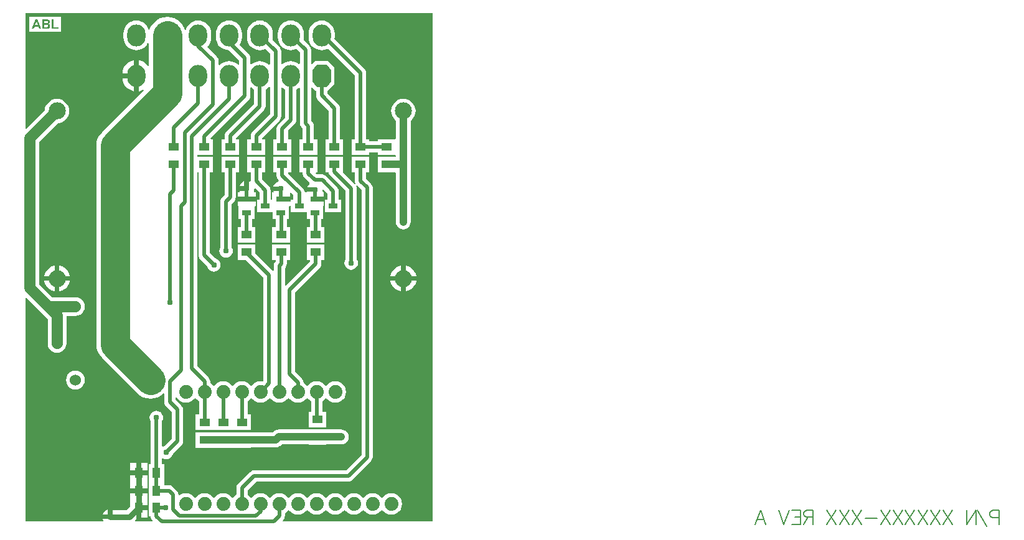
<source format=gbl>
%FSLAX23Y23*%
%MOIN*%
G70*
G01*
G75*
G04 Layer_Physical_Order=2*
G04 Layer_Color=16711680*
G04:AMPARAMS|DCode=10|XSize=51mil|YSize=118mil|CornerRadius=0mil|HoleSize=0mil|Usage=FLASHONLY|Rotation=0.000|XOffset=0mil|YOffset=0mil|HoleType=Round|Shape=Octagon|*
%AMOCTAGOND10*
4,1,8,-0.013,0.059,0.013,0.059,0.026,0.046,0.026,-0.046,0.013,-0.059,-0.013,-0.059,-0.026,-0.046,-0.026,0.046,-0.013,0.059,0.0*
%
%ADD10OCTAGOND10*%

%ADD11R,0.051X0.118*%
%ADD12R,0.051X0.073*%
%ADD13R,0.055X0.043*%
%ADD14C,0.059*%
%ADD15C,0.039*%
%ADD16C,0.020*%
%ADD17C,0.030*%
%ADD18C,0.020*%
%ADD19C,0.157*%
%ADD20C,0.010*%
%ADD21C,0.074*%
%ADD22O,0.098X0.118*%
G04:AMPARAMS|DCode=23|XSize=98mil|YSize=118mil|CornerRadius=0mil|HoleSize=0mil|Usage=FLASHONLY|Rotation=180.000|XOffset=0mil|YOffset=0mil|HoleType=Round|Shape=Octagon|*
%AMOCTAGOND23*
4,1,8,0.025,-0.059,-0.025,-0.059,-0.049,-0.034,-0.049,0.034,-0.025,0.059,0.025,0.059,0.049,0.034,0.049,-0.034,0.025,-0.059,0.0*
%
%ADD23OCTAGOND23*%

%ADD24C,0.091*%
%ADD25C,0.060*%
%ADD26C,0.031*%
%ADD27C,0.017*%
%ADD28R,0.047X0.026*%
%ADD29R,0.043X0.055*%
%ADD30C,0.008*%
G36*
X2207Y25D02*
X1405D01*
X1403Y30D01*
X1406Y34D01*
X1411Y40D01*
X1412Y42D01*
X1414Y47D01*
X1415Y55D01*
Y71D01*
X1426Y79D01*
X1432Y87D01*
X1438D01*
X1444Y79D01*
X1456Y70D01*
X1470Y64D01*
X1485Y63D01*
X1500Y64D01*
X1514Y70D01*
X1526Y79D01*
X1532Y87D01*
X1538D01*
X1544Y79D01*
X1556Y70D01*
X1570Y64D01*
X1585Y63D01*
X1600Y64D01*
X1614Y70D01*
X1626Y79D01*
X1632Y87D01*
X1638D01*
X1644Y79D01*
X1656Y70D01*
X1670Y64D01*
X1685Y63D01*
X1700Y64D01*
X1714Y70D01*
X1726Y79D01*
X1732Y87D01*
X1738D01*
X1744Y79D01*
X1756Y70D01*
X1770Y64D01*
X1785Y63D01*
X1800Y64D01*
X1814Y70D01*
X1826Y79D01*
X1832Y87D01*
X1838D01*
X1844Y79D01*
X1856Y70D01*
X1870Y64D01*
X1885Y63D01*
X1900Y64D01*
X1914Y70D01*
X1926Y79D01*
X1932Y87D01*
X1938D01*
X1944Y79D01*
X1956Y70D01*
X1970Y64D01*
X1985Y63D01*
X2000Y64D01*
X2014Y70D01*
X2026Y79D01*
X2035Y91D01*
X2041Y105D01*
X2042Y120D01*
X2041Y135D01*
X2035Y149D01*
X2026Y161D01*
X2014Y170D01*
X2000Y176D01*
X1985Y177D01*
X1970Y176D01*
X1956Y170D01*
X1944Y161D01*
X1938Y153D01*
X1932D01*
X1926Y161D01*
X1914Y170D01*
X1900Y176D01*
X1885Y177D01*
X1870Y176D01*
X1856Y170D01*
X1844Y161D01*
X1838Y153D01*
X1832D01*
X1826Y161D01*
X1814Y170D01*
X1800Y176D01*
X1785Y177D01*
X1770Y176D01*
X1756Y170D01*
X1744Y161D01*
X1738Y153D01*
X1732D01*
X1726Y161D01*
X1714Y170D01*
X1700Y176D01*
X1685Y177D01*
X1670Y176D01*
X1656Y170D01*
X1644Y161D01*
X1638Y153D01*
X1632D01*
X1626Y161D01*
X1614Y170D01*
X1600Y176D01*
X1585Y177D01*
X1570Y176D01*
X1556Y170D01*
X1544Y161D01*
X1538Y153D01*
X1532D01*
X1526Y161D01*
X1514Y170D01*
X1500Y176D01*
X1485Y177D01*
X1470Y176D01*
X1456Y170D01*
X1444Y161D01*
X1438Y153D01*
X1432D01*
X1426Y161D01*
X1414Y170D01*
X1400Y176D01*
X1385Y177D01*
X1370Y176D01*
X1356Y170D01*
X1344Y161D01*
X1338Y153D01*
X1332D01*
X1326Y161D01*
X1314Y170D01*
X1300Y176D01*
X1285Y177D01*
X1270Y176D01*
X1256Y170D01*
X1244Y161D01*
X1238Y153D01*
X1232D01*
X1226Y161D01*
X1215Y169D01*
Y192D01*
X1263Y240D01*
X1755D01*
X1763Y241D01*
X1768Y243D01*
X1770Y244D01*
X1776Y249D01*
X1876Y349D01*
X1876Y349D01*
X1878Y351D01*
X1881Y355D01*
X1884Y362D01*
X1885Y370D01*
X1885Y370D01*
Y1815D01*
X1885Y1815D01*
X1884Y1823D01*
X1881Y1830D01*
X1878Y1834D01*
X1876Y1836D01*
X1876Y1836D01*
X1851Y1862D01*
Y1896D01*
X1868D01*
Y1979D01*
X1773D01*
Y1896D01*
X1790D01*
Y1850D01*
X1791Y1842D01*
X1793Y1837D01*
X1789Y1834D01*
X1731Y1892D01*
X1728Y1896D01*
X1728D01*
X1728Y1896D01*
Y1979D01*
X1633D01*
Y1896D01*
X1651D01*
X1651Y1891D01*
X1654Y1886D01*
X1655Y1884D01*
X1659Y1878D01*
X1740Y1797D01*
Y1429D01*
X1739Y1428D01*
X1735Y1419D01*
X1734Y1410D01*
X1735Y1401D01*
X1739Y1392D01*
X1745Y1385D01*
X1752Y1379D01*
X1761Y1375D01*
X1770Y1374D01*
X1779Y1375D01*
X1788Y1379D01*
X1795Y1385D01*
X1801Y1392D01*
X1805Y1401D01*
X1806Y1410D01*
X1805Y1419D01*
X1801Y1428D01*
X1800Y1429D01*
Y1810D01*
X1800Y1810D01*
X1799Y1817D01*
X1799Y1818D01*
X1797Y1823D01*
X1801Y1826D01*
X1825Y1802D01*
Y383D01*
X1742Y300D01*
X1250D01*
X1250Y300D01*
X1243Y299D01*
X1242Y299D01*
X1239Y298D01*
X1235Y296D01*
X1229Y291D01*
X1164Y226D01*
X1159Y220D01*
X1158Y218D01*
X1156Y213D01*
X1155Y205D01*
Y169D01*
X1144Y161D01*
X1138Y153D01*
X1132D01*
X1126Y161D01*
X1114Y170D01*
X1100Y176D01*
X1085Y177D01*
X1070Y176D01*
X1056Y170D01*
X1044Y161D01*
X1038Y153D01*
X1032D01*
X1026Y161D01*
X1014Y170D01*
X1000Y176D01*
X985Y177D01*
X970Y176D01*
X956Y170D01*
X944Y161D01*
X938Y153D01*
X932D01*
X926Y161D01*
X914Y170D01*
X900Y176D01*
X885Y177D01*
X870Y176D01*
X856Y170D01*
X850Y165D01*
X845Y167D01*
Y170D01*
X844Y178D01*
X841Y185D01*
X836Y191D01*
X817Y210D01*
X811Y215D01*
X804Y218D01*
X796Y219D01*
X769D01*
Y237D01*
X769D01*
Y237D01*
X769D01*
Y333D01*
X758D01*
Y362D01*
X759Y362D01*
X763Y364D01*
X771Y360D01*
X780Y359D01*
X789Y360D01*
X798Y364D01*
X805Y370D01*
X811Y377D01*
X815Y386D01*
X815Y387D01*
X861Y434D01*
X866Y440D01*
X867Y442D01*
X869Y447D01*
X870Y455D01*
Y625D01*
X869Y633D01*
X866Y640D01*
X864Y643D01*
X861Y646D01*
X861Y646D01*
X830Y678D01*
Y690D01*
X835Y691D01*
X835Y691D01*
X844Y679D01*
X856Y670D01*
X870Y664D01*
X885Y663D01*
X900Y664D01*
X914Y670D01*
X926Y679D01*
X932Y687D01*
X938D01*
X944Y679D01*
X955Y671D01*
Y599D01*
X937D01*
Y516D01*
X1033D01*
Y516D01*
X1037D01*
Y516D01*
X1133D01*
Y516D01*
X1137D01*
Y516D01*
X1233D01*
Y599D01*
X1215D01*
Y671D01*
X1226Y679D01*
X1232Y687D01*
X1238D01*
X1244Y679D01*
X1256Y670D01*
X1270Y664D01*
X1285Y663D01*
X1300Y664D01*
X1314Y670D01*
X1326Y679D01*
X1332Y687D01*
X1338D01*
X1344Y679D01*
X1356Y670D01*
X1370Y664D01*
X1385Y663D01*
X1400Y664D01*
X1414Y670D01*
X1426Y679D01*
X1432Y687D01*
X1438D01*
X1444Y679D01*
X1456Y670D01*
X1470Y664D01*
X1485Y663D01*
X1500Y664D01*
X1514Y670D01*
X1526Y679D01*
X1532Y687D01*
X1538D01*
X1544Y679D01*
X1555Y671D01*
Y614D01*
X1542D01*
Y531D01*
X1638D01*
Y614D01*
X1615D01*
Y671D01*
X1626Y679D01*
X1632Y687D01*
X1638D01*
X1644Y679D01*
X1656Y670D01*
X1670Y664D01*
X1685Y663D01*
X1700Y664D01*
X1714Y670D01*
X1726Y679D01*
X1735Y691D01*
X1741Y705D01*
X1742Y720D01*
X1741Y735D01*
X1735Y749D01*
X1726Y761D01*
X1714Y770D01*
X1700Y776D01*
X1685Y777D01*
X1670Y776D01*
X1656Y770D01*
X1644Y761D01*
X1638Y753D01*
X1632D01*
X1626Y761D01*
X1614Y770D01*
X1600Y776D01*
X1585Y777D01*
X1570Y776D01*
X1556Y770D01*
X1544Y761D01*
X1538Y753D01*
X1532D01*
X1526Y761D01*
X1515Y769D01*
Y770D01*
X1514Y778D01*
X1512Y783D01*
X1511Y785D01*
X1506Y791D01*
X1470Y828D01*
Y1252D01*
X1601Y1384D01*
X1606Y1390D01*
X1609Y1397D01*
X1610Y1405D01*
Y1426D01*
X1628D01*
Y1509D01*
X1532D01*
Y1426D01*
X1550D01*
Y1418D01*
X1420Y1288D01*
X1415Y1290D01*
Y1382D01*
X1416Y1384D01*
X1416Y1384D01*
X1419Y1387D01*
X1421Y1390D01*
X1424Y1397D01*
X1425Y1405D01*
Y1426D01*
X1443D01*
Y1509D01*
X1347D01*
Y1426D01*
X1365D01*
Y1418D01*
X1364Y1416D01*
X1359Y1410D01*
X1358Y1408D01*
X1356Y1403D01*
X1355Y1395D01*
Y1370D01*
X1350Y1368D01*
X1258Y1460D01*
Y1509D01*
X1162D01*
Y1426D01*
X1206D01*
X1300Y1332D01*
Y780D01*
X1295Y776D01*
X1285Y777D01*
X1270Y776D01*
X1256Y770D01*
X1244Y761D01*
X1238Y753D01*
X1232D01*
X1226Y761D01*
X1214Y770D01*
X1200Y776D01*
X1185Y777D01*
X1170Y776D01*
X1156Y770D01*
X1144Y761D01*
X1138Y753D01*
X1132D01*
X1126Y761D01*
X1114Y770D01*
X1100Y776D01*
X1085Y777D01*
X1070Y776D01*
X1056Y770D01*
X1044Y761D01*
X1038Y753D01*
X1032D01*
X1026Y761D01*
X1015Y769D01*
Y775D01*
X1014Y783D01*
X1011Y790D01*
X1009Y793D01*
X1006Y796D01*
X1006Y796D01*
X945Y858D01*
Y1896D01*
X952D01*
Y1452D01*
X953Y1445D01*
X955Y1440D01*
X956Y1437D01*
X961Y1431D01*
X1000Y1392D01*
X1000Y1391D01*
X1004Y1382D01*
X1010Y1375D01*
X1017Y1369D01*
X1026Y1365D01*
X1035Y1364D01*
X1044Y1365D01*
X1053Y1369D01*
X1060Y1375D01*
X1066Y1382D01*
X1070Y1391D01*
X1071Y1400D01*
X1070Y1409D01*
X1066Y1418D01*
X1060Y1425D01*
X1053Y1431D01*
X1044Y1435D01*
X1043Y1435D01*
X1013Y1465D01*
Y1896D01*
X1030D01*
Y1979D01*
X945D01*
Y1991D01*
X1030D01*
Y2074D01*
X1019D01*
X1017Y2079D01*
X1221Y2284D01*
X1226Y2290D01*
X1227Y2292D01*
X1229Y2297D01*
X1230Y2305D01*
Y2350D01*
X1235Y2352D01*
X1243Y2346D01*
X1251Y2341D01*
Y2264D01*
X1101Y2114D01*
X1096Y2107D01*
X1093Y2100D01*
X1092Y2092D01*
Y2074D01*
X1075D01*
Y1991D01*
X1170D01*
Y2074D01*
X1152D01*
Y2080D01*
X1303Y2230D01*
X1303Y2230D01*
X1307Y2235D01*
X1308Y2236D01*
X1311Y2244D01*
X1312Y2251D01*
X1312Y2251D01*
Y2341D01*
X1320Y2346D01*
X1330Y2354D01*
X1335Y2352D01*
Y2208D01*
X1240Y2113D01*
X1236Y2107D01*
X1233Y2100D01*
X1232Y2092D01*
Y2074D01*
X1214D01*
Y1991D01*
X1309D01*
Y2074D01*
X1292D01*
Y2079D01*
X1386Y2174D01*
X1386Y2174D01*
X1391Y2180D01*
X1394Y2187D01*
X1395Y2195D01*
X1395Y2195D01*
Y2350D01*
X1400Y2352D01*
X1408Y2346D01*
X1417Y2341D01*
Y2189D01*
X1380Y2153D01*
X1375Y2147D01*
X1372Y2139D01*
X1371Y2131D01*
Y2074D01*
X1354D01*
Y1991D01*
X1449D01*
Y2074D01*
X1432D01*
Y2119D01*
X1468Y2155D01*
X1473Y2162D01*
X1476Y2169D01*
X1477Y2177D01*
X1477Y2177D01*
Y2341D01*
X1485Y2346D01*
X1490Y2350D01*
X1495Y2347D01*
Y2160D01*
X1496Y2152D01*
X1498Y2147D01*
X1499Y2145D01*
X1504Y2139D01*
X1511Y2131D01*
Y2074D01*
X1494D01*
Y1991D01*
X1589D01*
Y2074D01*
X1571D01*
Y2144D01*
X1571Y2144D01*
X1570Y2151D01*
X1570Y2152D01*
X1569Y2155D01*
X1567Y2159D01*
X1566Y2161D01*
X1562Y2165D01*
X1562Y2165D01*
X1555Y2173D01*
Y2350D01*
X1560Y2352D01*
X1578Y2334D01*
X1582D01*
Y2308D01*
X1583Y2300D01*
X1586Y2293D01*
X1591Y2286D01*
X1650Y2227D01*
Y2074D01*
X1633D01*
Y1991D01*
X1728D01*
Y2074D01*
X1711D01*
Y2239D01*
X1710Y2247D01*
X1707Y2254D01*
X1702Y2261D01*
X1642Y2320D01*
Y2334D01*
X1647D01*
X1681Y2369D01*
Y2458D01*
X1647Y2492D01*
X1578D01*
X1560Y2475D01*
X1555Y2477D01*
Y2552D01*
X1554Y2560D01*
X1552Y2565D01*
X1551Y2567D01*
X1546Y2573D01*
X1515Y2605D01*
X1515Y2607D01*
X1516Y2620D01*
Y2640D01*
X1515Y2653D01*
X1511Y2666D01*
X1505Y2678D01*
X1496Y2689D01*
X1485Y2698D01*
X1473Y2704D01*
X1460Y2708D01*
X1447Y2709D01*
X1433Y2708D01*
X1420Y2704D01*
X1408Y2698D01*
X1398Y2689D01*
X1389Y2678D01*
X1383Y2666D01*
X1379Y2653D01*
X1377Y2640D01*
Y2620D01*
X1379Y2607D01*
X1383Y2593D01*
X1389Y2581D01*
X1398Y2571D01*
X1408Y2562D01*
X1420Y2556D01*
X1433Y2552D01*
X1447Y2551D01*
X1460Y2552D01*
X1473Y2556D01*
X1477Y2557D01*
X1495Y2539D01*
Y2479D01*
X1490Y2477D01*
X1485Y2481D01*
X1473Y2487D01*
X1460Y2491D01*
X1447Y2493D01*
X1433Y2491D01*
X1420Y2487D01*
X1408Y2481D01*
X1400Y2475D01*
X1395Y2477D01*
Y2546D01*
X1394Y2554D01*
X1391Y2562D01*
X1386Y2568D01*
X1386Y2568D01*
X1349Y2605D01*
X1350Y2607D01*
X1351Y2620D01*
Y2640D01*
X1350Y2653D01*
X1346Y2666D01*
X1339Y2678D01*
X1331Y2689D01*
X1320Y2698D01*
X1308Y2704D01*
X1295Y2708D01*
X1281Y2709D01*
X1268Y2708D01*
X1255Y2704D01*
X1243Y2698D01*
X1232Y2689D01*
X1224Y2678D01*
X1217Y2666D01*
X1213Y2653D01*
X1212Y2640D01*
Y2620D01*
X1213Y2607D01*
X1217Y2593D01*
X1224Y2581D01*
X1232Y2571D01*
X1243Y2562D01*
X1255Y2556D01*
X1268Y2552D01*
X1281Y2551D01*
X1295Y2552D01*
X1308Y2556D01*
X1311Y2557D01*
X1335Y2534D01*
Y2475D01*
X1330Y2473D01*
X1320Y2481D01*
X1308Y2487D01*
X1295Y2491D01*
X1281Y2493D01*
X1268Y2491D01*
X1255Y2487D01*
X1243Y2481D01*
X1235Y2475D01*
X1230Y2477D01*
Y2510D01*
X1229Y2518D01*
X1227Y2523D01*
X1226Y2525D01*
X1221Y2531D01*
X1173Y2580D01*
X1174Y2581D01*
X1180Y2593D01*
X1184Y2607D01*
X1186Y2620D01*
Y2640D01*
X1184Y2653D01*
X1180Y2666D01*
X1174Y2678D01*
X1165Y2689D01*
X1155Y2698D01*
X1143Y2704D01*
X1130Y2708D01*
X1116Y2709D01*
X1103Y2708D01*
X1090Y2704D01*
X1078Y2698D01*
X1067Y2689D01*
X1058Y2678D01*
X1052Y2666D01*
X1048Y2653D01*
X1047Y2640D01*
Y2620D01*
X1048Y2607D01*
X1052Y2593D01*
X1058Y2581D01*
X1067Y2571D01*
X1078Y2562D01*
X1090Y2556D01*
X1103Y2552D01*
X1116Y2551D01*
X1117Y2551D01*
X1170Y2497D01*
Y2474D01*
X1169Y2474D01*
X1165Y2473D01*
X1155Y2481D01*
X1143Y2487D01*
X1130Y2491D01*
X1116Y2493D01*
X1103Y2491D01*
X1090Y2487D01*
X1078Y2481D01*
X1067Y2472D01*
X1065Y2470D01*
X1060Y2472D01*
Y2495D01*
X1059Y2503D01*
X1056Y2510D01*
X1051Y2516D01*
X1000Y2568D01*
X1000Y2571D01*
X1009Y2581D01*
X1015Y2593D01*
X1019Y2607D01*
X1020Y2620D01*
Y2640D01*
X1019Y2653D01*
X1015Y2666D01*
X1009Y2678D01*
X1000Y2689D01*
X989Y2698D01*
X977Y2704D01*
X964Y2708D01*
X951Y2709D01*
X937Y2708D01*
X924Y2704D01*
X912Y2698D01*
X902Y2689D01*
X893Y2678D01*
X887Y2666D01*
X885Y2660D01*
X879D01*
X877Y2668D01*
X868Y2685D01*
X856Y2700D01*
X841Y2712D01*
X823Y2722D01*
X805Y2727D01*
X785Y2729D01*
X766Y2727D01*
X747Y2722D01*
X730Y2712D01*
X715Y2700D01*
X703Y2685D01*
X694Y2668D01*
X691Y2660D01*
X686D01*
X684Y2666D01*
X678Y2678D01*
X669Y2689D01*
X659Y2698D01*
X647Y2704D01*
X634Y2708D01*
X620Y2709D01*
X607Y2708D01*
X593Y2704D01*
X581Y2698D01*
X571Y2689D01*
X562Y2678D01*
X556Y2666D01*
X552Y2653D01*
X551Y2640D01*
Y2620D01*
X552Y2607D01*
X556Y2593D01*
X562Y2581D01*
X571Y2571D01*
X581Y2562D01*
X593Y2556D01*
X607Y2552D01*
X620Y2551D01*
X634Y2552D01*
X647Y2556D01*
X659Y2562D01*
X669Y2571D01*
X678Y2581D01*
X681Y2588D01*
X686Y2586D01*
Y2467D01*
X681Y2466D01*
X673Y2476D01*
X662Y2485D01*
X649Y2492D01*
X635Y2496D01*
X633Y2497D01*
Y2413D01*
Y2330D01*
X635Y2330D01*
X649Y2335D01*
X656Y2339D01*
X659Y2335D01*
X435Y2110D01*
X423Y2095D01*
X413Y2078D01*
X408Y2059D01*
X406Y2040D01*
Y973D01*
X408Y954D01*
X413Y935D01*
X423Y918D01*
X435Y903D01*
X625Y713D01*
X640Y701D01*
X657Y691D01*
X676Y686D01*
X695Y684D01*
X714Y686D01*
X733Y691D01*
X750Y701D01*
X765Y713D01*
X767Y712D01*
X770Y711D01*
Y665D01*
X771Y657D01*
X773Y652D01*
X774Y650D01*
X779Y644D01*
X810Y612D01*
Y468D01*
X772Y430D01*
X771Y430D01*
X763Y426D01*
X759Y428D01*
X758Y428D01*
Y563D01*
X758Y564D01*
X762Y573D01*
X763Y582D01*
X762Y592D01*
X758Y600D01*
X753Y608D01*
X745Y613D01*
X737Y617D01*
X727Y618D01*
X718Y617D01*
X709Y613D01*
X702Y608D01*
X696Y600D01*
X692Y592D01*
X691Y582D01*
X692Y573D01*
X696Y564D01*
X697Y563D01*
Y333D01*
X686D01*
Y237D01*
X686D01*
Y237D01*
X686D01*
Y141D01*
Y52D01*
X697D01*
X698Y45D01*
X701Y38D01*
X706Y31D01*
X707Y30D01*
X705Y25D01*
X615D01*
X613Y30D01*
X620Y38D01*
Y100D01*
X633D01*
Y112D01*
X679D01*
Y136D01*
Y177D01*
X586D01*
Y136D01*
Y103D01*
X568Y85D01*
X501D01*
X501Y86D01*
X493Y89D01*
Y50D01*
X480D01*
Y38D01*
X441D01*
X444Y30D01*
X442Y25D01*
X25D01*
Y1222D01*
X30Y1224D01*
X145Y1109D01*
Y984D01*
X145Y980D01*
X146Y967D01*
X151Y955D01*
X159Y944D01*
X170Y936D01*
X182Y931D01*
X195Y930D01*
X208Y931D01*
X220Y936D01*
X231Y944D01*
X239Y955D01*
X244Y967D01*
X245Y980D01*
X245Y984D01*
Y1127D01*
X290D01*
X293Y1126D01*
X306Y1128D01*
X319Y1133D01*
X329Y1141D01*
X337Y1152D01*
X342Y1164D01*
X344Y1177D01*
X342Y1190D01*
X337Y1202D01*
X329Y1213D01*
X319Y1221D01*
X306Y1226D01*
X293Y1227D01*
X290Y1227D01*
X169D01*
X100Y1296D01*
Y2059D01*
X201Y2160D01*
X208Y2161D01*
X220Y2164D01*
X231Y2170D01*
X241Y2179D01*
X250Y2189D01*
X256Y2200D01*
X259Y2212D01*
X261Y2225D01*
X259Y2238D01*
X256Y2250D01*
X250Y2261D01*
X241Y2271D01*
X231Y2280D01*
X220Y2286D01*
X208Y2289D01*
X195Y2291D01*
X182Y2289D01*
X170Y2286D01*
X159Y2280D01*
X149Y2271D01*
X140Y2261D01*
X134Y2250D01*
X131Y2238D01*
X130Y2231D01*
X30Y2131D01*
X25Y2133D01*
Y2750D01*
X2207D01*
Y25D01*
D02*
G37*
%LPC*%
G36*
X183Y1315D02*
X126D01*
X126Y1314D01*
X130Y1300D01*
X136Y1288D01*
X145Y1277D01*
X156Y1269D01*
X168Y1262D01*
X181Y1258D01*
X183Y1258D01*
Y1315D01*
D02*
G37*
G36*
X293Y834D02*
X280Y832D01*
X268Y827D01*
X258Y819D01*
X250Y808D01*
X245Y796D01*
X243Y783D01*
X245Y770D01*
X250Y758D01*
X258Y747D01*
X268Y739D01*
X280Y734D01*
X293Y733D01*
X306Y734D01*
X319Y739D01*
X329Y747D01*
X337Y758D01*
X342Y770D01*
X344Y783D01*
X342Y796D01*
X337Y808D01*
X329Y819D01*
X319Y827D01*
X306Y832D01*
X293Y834D01*
D02*
G37*
G36*
X2119Y1315D02*
X2062D01*
Y1258D01*
X2063Y1258D01*
X2076Y1262D01*
X2089Y1269D01*
X2099Y1277D01*
X2108Y1288D01*
X2115Y1300D01*
X2119Y1314D01*
X2119Y1315D01*
D02*
G37*
G36*
X2037D02*
X1980D01*
X1980Y1314D01*
X1984Y1300D01*
X1991Y1288D01*
X1999Y1277D01*
X2010Y1269D01*
X2022Y1262D01*
X2036Y1258D01*
X2037Y1258D01*
Y1315D01*
D02*
G37*
G36*
X264D02*
X207D01*
Y1258D01*
X209Y1258D01*
X222Y1262D01*
X234Y1269D01*
X245Y1277D01*
X254Y1288D01*
X260Y1300D01*
X264Y1314D01*
X264Y1315D01*
D02*
G37*
G36*
X1638Y519D02*
X1542D01*
Y518D01*
X1383D01*
X1372Y516D01*
X1370Y515D01*
X1363Y512D01*
X1354Y506D01*
X1351Y503D01*
X1233D01*
Y504D01*
X1137D01*
Y504D01*
X1133D01*
Y504D01*
X1037D01*
Y504D01*
X1033D01*
Y504D01*
X937D01*
Y421D01*
X1033D01*
Y421D01*
X1037D01*
Y421D01*
X1133D01*
Y421D01*
X1137D01*
Y421D01*
X1233D01*
Y423D01*
X1368D01*
X1378Y424D01*
X1381Y425D01*
X1388Y428D01*
X1396Y434D01*
X1399Y438D01*
X1542D01*
Y436D01*
X1638D01*
Y438D01*
X1718D01*
X1728Y439D01*
X1738Y443D01*
X1746Y449D01*
X1752Y458D01*
X1756Y467D01*
X1758Y478D01*
X1756Y488D01*
X1752Y498D01*
X1746Y506D01*
X1738Y512D01*
X1728Y516D01*
X1718Y518D01*
X1638D01*
Y519D01*
D02*
G37*
G36*
X468Y89D02*
X459Y86D01*
X451Y79D01*
X444Y71D01*
X441Y62D01*
X468D01*
Y89D01*
D02*
G37*
G36*
X679Y87D02*
X645D01*
Y47D01*
X679D01*
Y87D01*
D02*
G37*
G36*
Y273D02*
X586D01*
Y232D01*
Y202D01*
X679D01*
Y232D01*
Y273D01*
D02*
G37*
G36*
Y338D02*
X645D01*
Y298D01*
X679D01*
Y338D01*
D02*
G37*
G36*
X620D02*
X586D01*
Y298D01*
X620D01*
Y338D01*
D02*
G37*
G36*
X183Y1397D02*
X181Y1397D01*
X168Y1393D01*
X156Y1386D01*
X145Y1377D01*
X136Y1367D01*
X130Y1354D01*
X126Y1341D01*
X126Y1340D01*
X183D01*
Y1397D01*
D02*
G37*
G36*
X1198Y1848D02*
X1190Y1845D01*
X1182Y1838D01*
X1175Y1830D01*
X1172Y1822D01*
X1198D01*
Y1848D01*
D02*
G37*
G36*
X1589Y1979D02*
X1494D01*
Y1896D01*
X1511D01*
Y1889D01*
X1512Y1881D01*
X1514Y1876D01*
X1515Y1874D01*
X1520Y1868D01*
X1548Y1839D01*
X1548Y1834D01*
X1547Y1833D01*
X1540Y1825D01*
X1537Y1817D01*
X1576D01*
Y1792D01*
X1534D01*
X1533Y1790D01*
X1527D01*
Y1748D01*
X1522D01*
Y1788D01*
X1521Y1796D01*
X1518Y1803D01*
X1516Y1806D01*
X1513Y1810D01*
X1513Y1810D01*
X1432Y1891D01*
X1432Y1896D01*
X1449D01*
Y1979D01*
X1354D01*
Y1896D01*
X1371D01*
Y1879D01*
X1372Y1871D01*
X1374Y1866D01*
X1375Y1863D01*
X1380Y1857D01*
X1384Y1853D01*
X1383Y1848D01*
X1383Y1848D01*
X1373Y1844D01*
X1364Y1837D01*
X1358Y1829D01*
X1354Y1821D01*
X1393D01*
Y1796D01*
X1354D01*
X1355Y1794D01*
X1352Y1790D01*
X1345D01*
Y1748D01*
X1339D01*
Y1801D01*
X1338Y1809D01*
X1335Y1816D01*
X1331Y1822D01*
X1292Y1861D01*
Y1896D01*
X1309D01*
Y1979D01*
X1214D01*
Y1896D01*
X1232D01*
Y1850D01*
X1228Y1847D01*
X1227Y1847D01*
X1223Y1848D01*
Y1809D01*
X1211D01*
Y1797D01*
X1172D01*
X1173Y1794D01*
X1170Y1790D01*
X1162D01*
Y1765D01*
X1259D01*
Y1790D01*
X1252D01*
X1249Y1794D01*
X1250Y1799D01*
X1252Y1808D01*
X1256Y1811D01*
X1279Y1788D01*
Y1748D01*
X1266D01*
Y1682D01*
X1350D01*
Y1645D01*
X1365D01*
Y1604D01*
X1347D01*
Y1521D01*
X1443D01*
Y1604D01*
X1425D01*
Y1645D01*
X1437D01*
Y1710D01*
X1437Y1710D01*
X1437D01*
X1437Y1710D01*
X1439Y1715D01*
X1442D01*
Y1740D01*
X1393D01*
Y1765D01*
X1442D01*
Y1786D01*
Y1786D01*
X1442Y1786D01*
X1442Y1788D01*
Y1788D01*
Y1788D01*
X1442Y1788D01*
X1443Y1788D01*
X1443Y1789D01*
X1445Y1790D01*
X1445Y1790D01*
X1447Y1790D01*
X1461Y1776D01*
Y1748D01*
X1448D01*
Y1682D01*
X1532D01*
Y1645D01*
X1550D01*
Y1604D01*
X1532D01*
Y1521D01*
X1628D01*
Y1604D01*
X1610D01*
Y1645D01*
X1619D01*
Y1710D01*
X1619Y1710D01*
X1619D01*
X1619Y1710D01*
X1621Y1715D01*
X1624D01*
Y1740D01*
X1576D01*
Y1765D01*
X1624D01*
Y1790D01*
X1619D01*
X1616Y1795D01*
X1617Y1803D01*
X1621Y1806D01*
X1644Y1783D01*
Y1748D01*
X1631D01*
Y1682D01*
X1718D01*
Y1748D01*
X1704D01*
Y1796D01*
X1704Y1796D01*
X1704Y1803D01*
X1703Y1804D01*
X1703Y1806D01*
X1700Y1811D01*
X1698Y1814D01*
X1696Y1817D01*
X1696Y1817D01*
X1636Y1876D01*
X1630Y1881D01*
X1628Y1882D01*
X1623Y1884D01*
X1615Y1885D01*
X1588D01*
X1581Y1891D01*
X1583Y1896D01*
X1589D01*
Y1979D01*
D02*
G37*
G36*
X608Y2401D02*
X546D01*
X547Y2389D01*
X551Y2375D01*
X558Y2362D01*
X567Y2351D01*
X579Y2342D01*
X592Y2335D01*
X606Y2330D01*
X608Y2330D01*
Y2401D01*
D02*
G37*
G36*
X218Y2730D02*
X45D01*
Y2650D01*
X218D01*
Y2730D01*
D02*
G37*
G36*
X608Y2497D02*
X606Y2496D01*
X592Y2492D01*
X579Y2485D01*
X567Y2476D01*
X558Y2465D01*
X551Y2452D01*
X547Y2438D01*
X546Y2426D01*
X608D01*
Y2497D01*
D02*
G37*
G36*
X1612Y2709D02*
X1599Y2708D01*
X1586Y2704D01*
X1574Y2698D01*
X1563Y2689D01*
X1554Y2678D01*
X1548Y2666D01*
X1544Y2653D01*
X1543Y2640D01*
Y2620D01*
X1544Y2607D01*
X1548Y2593D01*
X1554Y2581D01*
X1563Y2571D01*
X1574Y2562D01*
X1586Y2556D01*
X1599Y2552D01*
X1612Y2551D01*
X1626Y2552D01*
X1639Y2556D01*
X1647Y2560D01*
X1790Y2417D01*
Y2074D01*
X1773D01*
Y1991D01*
X1868D01*
Y2002D01*
X1912D01*
Y1991D01*
X2004D01*
X2008Y1991D01*
X2009Y1986D01*
X2009Y1986D01*
Y1984D01*
X2008Y1979D01*
X1912D01*
Y1896D01*
X2008D01*
X2009Y1892D01*
Y1631D01*
X2011Y1620D01*
X2015Y1611D01*
X2021Y1602D01*
X2029Y1596D01*
X2039Y1592D01*
X2049Y1591D01*
X2060Y1592D01*
X2069Y1596D01*
X2078Y1602D01*
X2084Y1611D01*
X2088Y1620D01*
X2089Y1631D01*
Y2173D01*
X2096Y2179D01*
X2104Y2189D01*
X2110Y2200D01*
X2114Y2212D01*
X2115Y2225D01*
X2114Y2238D01*
X2110Y2250D01*
X2104Y2261D01*
X2096Y2271D01*
X2086Y2280D01*
X2074Y2286D01*
X2062Y2289D01*
X2049Y2291D01*
X2037Y2289D01*
X2024Y2286D01*
X2013Y2280D01*
X2003Y2271D01*
X1995Y2261D01*
X1989Y2250D01*
X1985Y2238D01*
X1984Y2225D01*
X1985Y2212D01*
X1989Y2200D01*
X1995Y2189D01*
X2003Y2179D01*
X2009Y2173D01*
Y2078D01*
X2008Y2074D01*
X2004Y2074D01*
X1912D01*
Y2063D01*
X1868D01*
Y2074D01*
X1851D01*
Y2430D01*
X1850Y2437D01*
X1847Y2445D01*
X1842Y2451D01*
X1681Y2612D01*
X1682Y2620D01*
Y2640D01*
X1680Y2653D01*
X1676Y2666D01*
X1670Y2678D01*
X1661Y2689D01*
X1651Y2698D01*
X1639Y2704D01*
X1626Y2708D01*
X1612Y2709D01*
D02*
G37*
G36*
X2037Y1397D02*
X2036Y1397D01*
X2022Y1393D01*
X2010Y1386D01*
X1999Y1377D01*
X1991Y1367D01*
X1984Y1354D01*
X1980Y1341D01*
X1980Y1340D01*
X2037D01*
Y1397D01*
D02*
G37*
G36*
X207D02*
Y1340D01*
X264D01*
X264Y1341D01*
X260Y1354D01*
X254Y1367D01*
X245Y1377D01*
X234Y1386D01*
X222Y1393D01*
X209Y1397D01*
X207Y1397D01*
D02*
G37*
G36*
X2062D02*
Y1340D01*
X2119D01*
X2119Y1341D01*
X2115Y1354D01*
X2108Y1367D01*
X2099Y1377D01*
X2089Y1386D01*
X2076Y1393D01*
X2063Y1397D01*
X2062Y1397D01*
D02*
G37*
G36*
X1259Y1740D02*
X1162D01*
Y1715D01*
X1165D01*
X1167Y1710D01*
X1167Y1710D01*
Y1645D01*
X1180D01*
Y1604D01*
X1162D01*
Y1521D01*
X1258D01*
Y1604D01*
X1240D01*
Y1645D01*
X1254D01*
Y1710D01*
X1254Y1710D01*
X1256Y1715D01*
X1259D01*
Y1740D01*
D02*
G37*
G36*
X1170Y1979D02*
X1075D01*
Y1896D01*
X1092D01*
Y1775D01*
X1079Y1761D01*
X1074Y1755D01*
X1073Y1753D01*
X1071Y1748D01*
X1070Y1740D01*
Y1494D01*
X1069Y1493D01*
X1065Y1484D01*
X1064Y1475D01*
X1065Y1466D01*
X1069Y1457D01*
X1075Y1450D01*
X1082Y1444D01*
X1091Y1440D01*
X1100Y1439D01*
X1109Y1440D01*
X1118Y1444D01*
X1125Y1450D01*
X1131Y1457D01*
X1135Y1466D01*
X1136Y1475D01*
X1135Y1484D01*
X1131Y1493D01*
X1130Y1494D01*
Y1727D01*
X1144Y1741D01*
X1144Y1741D01*
X1146Y1744D01*
X1148Y1747D01*
X1150Y1750D01*
X1151Y1754D01*
X1152Y1762D01*
Y1896D01*
X1170D01*
Y1979D01*
D02*
G37*
%LPD*%
G36*
X177Y2674D02*
X203D01*
Y2665D01*
X167D01*
Y2715D01*
X177D01*
Y2674D01*
D02*
G37*
G36*
X139Y2715D02*
X141Y2715D01*
X142Y2715D01*
X144Y2715D01*
X145Y2715D01*
X145D01*
X146Y2715D01*
X146Y2715D01*
X147Y2714D01*
X148Y2714D01*
X149Y2714D01*
X149Y2713D01*
X150Y2713D01*
X150Y2713D01*
X151Y2713D01*
X151Y2712D01*
X152Y2712D01*
X152Y2711D01*
X153Y2710D01*
X154Y2710D01*
X154Y2709D01*
X154Y2708D01*
X154Y2708D01*
X155Y2708D01*
X155Y2707D01*
X155Y2706D01*
X156Y2705D01*
X156Y2704D01*
X156Y2703D01*
Y2703D01*
Y2702D01*
X156Y2701D01*
X156Y2701D01*
X155Y2700D01*
X155Y2698D01*
X154Y2697D01*
X154Y2696D01*
X154Y2696D01*
X153Y2696D01*
X153Y2695D01*
X152Y2695D01*
X152Y2694D01*
X151Y2693D01*
X150Y2692D01*
X149Y2692D01*
X149D01*
X149Y2692D01*
X149Y2692D01*
X149Y2692D01*
X150Y2691D01*
X151Y2691D01*
X152Y2690D01*
X154Y2689D01*
X155Y2688D01*
X156Y2687D01*
X156Y2687D01*
X156Y2687D01*
X156Y2686D01*
X157Y2685D01*
X157Y2684D01*
X158Y2683D01*
X158Y2681D01*
X158Y2680D01*
Y2679D01*
Y2679D01*
X158Y2678D01*
X158Y2677D01*
X158Y2676D01*
X158Y2675D01*
X157Y2674D01*
X157Y2673D01*
X157Y2673D01*
X156Y2672D01*
X156Y2672D01*
X155Y2671D01*
X155Y2670D01*
X154Y2669D01*
X153Y2668D01*
X152Y2668D01*
X152Y2668D01*
X152Y2667D01*
X151Y2667D01*
X150Y2667D01*
X149Y2666D01*
X148Y2666D01*
X147Y2666D01*
X145Y2665D01*
X145D01*
X145Y2665D01*
X144D01*
X144Y2665D01*
X142D01*
X141Y2665D01*
X139D01*
X138Y2665D01*
X116D01*
Y2715D01*
X138D01*
X139Y2715D01*
D02*
G37*
G36*
X111Y2665D02*
X100D01*
X95Y2676D01*
X75D01*
X71Y2665D01*
X60D01*
X80Y2715D01*
X90D01*
X111Y2665D01*
D02*
G37*
%LPC*%
G36*
X136Y2707D02*
X126D01*
Y2695D01*
X136D01*
X137Y2695D01*
X139D01*
X140Y2696D01*
X140D01*
X141Y2696D01*
X141Y2696D01*
X142Y2696D01*
X142Y2696D01*
X143Y2696D01*
X144Y2697D01*
X144Y2697D01*
X144Y2697D01*
X145Y2698D01*
X145Y2698D01*
X145Y2698D01*
X145Y2699D01*
X146Y2700D01*
X146Y2700D01*
X146Y2701D01*
Y2701D01*
Y2702D01*
X146Y2702D01*
X146Y2703D01*
X146Y2703D01*
X145Y2704D01*
X145Y2704D01*
X145Y2705D01*
X144Y2705D01*
X144Y2705D01*
X144Y2706D01*
X144Y2706D01*
X143Y2706D01*
X142Y2706D01*
X142Y2707D01*
X141Y2707D01*
X141D01*
X140Y2707D01*
X139D01*
X139Y2707D01*
X137D01*
X136Y2707D01*
D02*
G37*
G36*
X85Y2704D02*
X78Y2685D01*
X92D01*
X85Y2704D01*
D02*
G37*
G36*
X137Y2687D02*
X126D01*
Y2674D01*
X137D01*
X138Y2674D01*
X140D01*
X141Y2674D01*
X142Y2674D01*
X142D01*
X143Y2674D01*
X143D01*
X143Y2674D01*
X143Y2674D01*
X144Y2674D01*
X144Y2675D01*
X145Y2675D01*
X146Y2675D01*
X146Y2676D01*
X146Y2676D01*
X146Y2676D01*
X147Y2677D01*
X147Y2677D01*
X147Y2678D01*
X147Y2678D01*
X148Y2679D01*
X148Y2680D01*
Y2680D01*
Y2681D01*
X148Y2681D01*
X148Y2681D01*
X147Y2682D01*
X147Y2683D01*
X147Y2683D01*
X147Y2684D01*
X146Y2684D01*
X146Y2684D01*
X146Y2685D01*
X146Y2685D01*
X145Y2685D01*
X145Y2686D01*
X144Y2686D01*
X143Y2686D01*
X143D01*
X143Y2686D01*
X142Y2687D01*
X142Y2687D01*
X141Y2687D01*
X141Y2687D01*
X140Y2687D01*
X140Y2687D01*
X139D01*
X138Y2687D01*
X137Y2687D01*
D02*
G37*
%LPD*%
D13*
X1590Y478D02*
D03*
X1590Y572D02*
D03*
X1185Y463D02*
D03*
X1185Y557D02*
D03*
X1085D02*
D03*
X1085Y463D02*
D03*
X985D02*
D03*
X985Y557D02*
D03*
X820Y2032D02*
D03*
X820Y1938D02*
D03*
X1681D02*
D03*
X1681Y2032D02*
D03*
X1122Y1938D02*
D03*
X1122Y2032D02*
D03*
X983D02*
D03*
X983Y1938D02*
D03*
X1541D02*
D03*
X1541Y2032D02*
D03*
X1401Y1938D02*
D03*
X1401Y2032D02*
D03*
X1210Y1468D02*
D03*
X1210Y1562D02*
D03*
X1262Y1938D02*
D03*
X1262Y2032D02*
D03*
X1395Y1468D02*
D03*
X1395Y1562D02*
D03*
X1580Y1468D02*
D03*
X1580Y1562D02*
D03*
X1820Y2032D02*
D03*
X1820Y1938D02*
D03*
X1960Y2032D02*
D03*
X1960Y1938D02*
D03*
D14*
X50Y2080D02*
X195Y2225D01*
X50Y1275D02*
Y2080D01*
X195Y980D02*
Y1130D01*
X152Y1177D02*
X293D01*
X50Y1275D02*
X195Y1130D01*
D15*
X1960Y1938D02*
X2042D01*
X2049Y1631D02*
Y2225D01*
X1368Y463D02*
X1383Y478D01*
X1590D01*
X985Y463D02*
X1085D01*
X1185D01*
X1368D01*
X1590Y478D02*
X1718D01*
D17*
X633Y100D02*
Y189D01*
Y285D01*
X480Y50D02*
X583D01*
X633Y100D01*
D18*
X1385Y55D02*
Y120D01*
X727Y53D02*
Y100D01*
Y189D02*
Y285D01*
Y582D01*
Y189D02*
X796D01*
X727Y100D02*
X775D01*
X951Y2574D02*
X1030Y2495D01*
X951Y2574D02*
Y2630D01*
X1030Y2260D02*
Y2495D01*
X820Y2135D02*
X951Y2266D01*
Y2413D01*
X820Y1800D02*
Y1938D01*
X800Y1780D02*
X820Y1800D01*
X800Y1200D02*
Y1780D01*
X1285Y720D02*
X1330Y765D01*
Y1345D01*
X1209Y1466D02*
X1330Y1345D01*
X985Y720D02*
Y775D01*
X1116Y2291D02*
Y2413D01*
X915Y845D02*
X985Y775D01*
X915Y845D02*
Y2090D01*
X1116Y2291D01*
X1485Y720D02*
Y770D01*
X1440Y815D02*
X1485Y770D01*
X1440Y815D02*
Y1265D01*
X1210Y1562D02*
Y1677D01*
X1395Y1562D02*
Y1676D01*
X1580Y1562D02*
Y1673D01*
X1309Y1715D02*
Y1801D01*
X1492Y1715D02*
Y1788D01*
X1674Y1715D02*
Y1796D01*
X1116Y2594D02*
Y2630D01*
X1200Y2305D02*
Y2510D01*
X1116Y2594D02*
X1200Y2510D01*
X860Y1715D02*
X880Y1735D01*
Y2110D01*
X1030Y2260D01*
X1262Y2092D02*
X1365Y2195D01*
Y2546D01*
X1281Y2630D02*
X1365Y2546D01*
X1447Y2177D02*
Y2413D01*
Y2630D02*
X1525Y2552D01*
X1612Y2308D02*
X1681Y2239D01*
X1612Y2308D02*
Y2413D01*
X1681Y2032D02*
Y2239D01*
X1525Y2160D02*
Y2552D01*
Y2160D02*
X1541Y2144D01*
Y2032D02*
Y2144D01*
X1401Y2131D02*
X1447Y2177D01*
X1401Y2032D02*
Y2131D01*
X1262Y2032D02*
Y2092D01*
X1122Y2092D02*
X1281Y2251D01*
Y2413D01*
X1122Y2032D02*
Y2092D01*
X983Y2088D02*
X1200Y2305D01*
X983Y2032D02*
Y2088D01*
X820Y2032D02*
Y2135D01*
X1820Y2032D02*
X1960D01*
X1820D02*
Y2430D01*
X1620Y2630D02*
X1820Y2430D01*
X1612Y2630D02*
X1620D01*
X983Y1452D02*
X1035Y1400D01*
X983Y1452D02*
Y1938D01*
X1122Y1762D02*
Y1938D01*
X1100Y1475D02*
Y1740D01*
X1122Y1762D01*
X1262Y1848D02*
X1309Y1801D01*
X1262Y1848D02*
Y1938D01*
X1401Y1879D02*
X1492Y1788D01*
X1401Y1879D02*
Y1938D01*
X1615Y1855D02*
X1674Y1796D01*
X1575Y1855D02*
X1615D01*
X1541Y1889D02*
X1575Y1855D01*
X1541Y1889D02*
Y1938D01*
X1770Y1410D02*
Y1810D01*
X1681Y1899D02*
X1770Y1810D01*
X1681Y1899D02*
Y1938D01*
X985Y557D02*
Y720D01*
X1085Y557D02*
Y720D01*
X1185Y557D02*
Y720D01*
X1585Y577D02*
Y720D01*
X1185Y120D02*
Y205D01*
X1250Y270D01*
X1755D01*
X1855Y370D01*
Y1815D01*
X1820Y1850D02*
X1855Y1815D01*
X1820Y1850D02*
Y1938D01*
X796Y189D02*
X815Y170D01*
X727Y53D02*
X755Y25D01*
X1355D01*
X1385Y55D01*
X815Y90D02*
Y170D01*
Y90D02*
X850Y55D01*
X1260D01*
X1285Y80D01*
Y120D01*
X1211Y1752D02*
Y1809D01*
X1393Y1752D02*
Y1808D01*
X1576Y1752D02*
Y1804D01*
X1440Y1265D02*
X1580Y1405D01*
Y1468D01*
X1385Y720D02*
Y1395D01*
X1395Y1405D01*
Y1468D01*
X860Y835D02*
Y1715D01*
X780Y395D02*
X840Y455D01*
Y625D01*
X800Y665D02*
X840Y625D01*
X800Y665D02*
Y775D01*
X860Y835D01*
D19*
X505Y973D02*
X695Y783D01*
X785Y2413D02*
Y2630D01*
X505Y973D02*
Y2040D01*
X785Y2320D01*
Y2413D01*
D20*
X1076Y120D02*
X1085D01*
X775Y100D02*
X775Y100D01*
D21*
X885Y120D02*
D03*
X985D02*
D03*
X1085D02*
D03*
X1185D02*
D03*
X1285D02*
D03*
X1385D02*
D03*
X1485D02*
D03*
X1585D02*
D03*
X1685D02*
D03*
X1785D02*
D03*
X1885D02*
D03*
X1985D02*
D03*
X1685Y720D02*
D03*
X1585D02*
D03*
X1485D02*
D03*
X1385D02*
D03*
X1285D02*
D03*
X1185D02*
D03*
X1085D02*
D03*
X985D02*
D03*
X885D02*
D03*
D22*
X620Y2630D02*
D03*
Y2413D02*
D03*
X785Y2630D02*
D03*
Y2413D02*
D03*
X951Y2630D02*
D03*
Y2413D02*
D03*
X1116Y2630D02*
D03*
Y2413D02*
D03*
X1281Y2630D02*
D03*
Y2413D02*
D03*
X1447Y2630D02*
D03*
Y2413D02*
D03*
X1612Y2630D02*
D03*
D23*
Y2413D02*
D03*
D24*
X2049Y2225D02*
D03*
Y1327D02*
D03*
X195D02*
D03*
Y2225D02*
D03*
D25*
Y980D02*
D03*
X293Y1177D02*
D03*
Y783D02*
D03*
X695D02*
D03*
D26*
X2049Y1631D02*
D03*
X727Y582D02*
D03*
X800Y1200D02*
D03*
X775Y100D02*
D03*
X780Y395D02*
D03*
X1035Y1400D02*
D03*
X1770Y1410D02*
D03*
X1100Y1475D02*
D03*
X1211Y1809D02*
D03*
X1393Y1808D02*
D03*
X1576Y1804D02*
D03*
X480Y50D02*
D03*
D27*
X1718Y478D02*
D03*
D28*
X1393Y1678D02*
D03*
Y1752D02*
D03*
X1492Y1715D02*
D03*
X1211Y1678D02*
D03*
Y1752D02*
D03*
X1309Y1715D02*
D03*
X1576Y1678D02*
D03*
Y1752D02*
D03*
X1674Y1715D02*
D03*
D29*
X727Y285D02*
D03*
X633Y285D02*
D03*
Y189D02*
D03*
X727D02*
D03*
X633Y100D02*
D03*
X727D02*
D03*
D30*
X5240Y46D02*
X5208D01*
X5197Y49D01*
X5194Y53D01*
X5190Y60D01*
Y71D01*
X5194Y78D01*
X5197Y81D01*
X5208Y85D01*
X5240D01*
Y10D01*
X5173Y-1D02*
X5123Y85D01*
X5118D02*
Y10D01*
Y85D02*
X5068Y10D01*
Y85D02*
Y10D01*
X4989Y85D02*
X4939Y10D01*
Y85D02*
X4989Y10D01*
X4922Y85D02*
X4872Y10D01*
Y85D02*
X4922Y10D01*
X4855Y85D02*
X4805Y10D01*
Y85D02*
X4855Y10D01*
X4788Y85D02*
X4738Y10D01*
Y85D02*
X4788Y10D01*
X4722Y85D02*
X4672Y10D01*
Y85D02*
X4722Y10D01*
X4655Y85D02*
X4605Y10D01*
Y85D02*
X4655Y10D01*
X4588Y42D02*
X4524D01*
X4502Y85D02*
X4452Y10D01*
Y85D02*
X4502Y10D01*
X4435Y85D02*
X4385Y10D01*
Y85D02*
X4435Y10D01*
X4368Y85D02*
X4318Y10D01*
Y85D02*
X4368Y10D01*
X4242Y85D02*
Y10D01*
Y85D02*
X4210D01*
X4200Y81D01*
X4196Y78D01*
X4192Y71D01*
Y64D01*
X4196Y56D01*
X4200Y53D01*
X4210Y49D01*
X4242D01*
X4217D02*
X4192Y10D01*
X4129Y85D02*
X4176D01*
Y10D01*
X4129D01*
X4176Y49D02*
X4147D01*
X4117Y85D02*
X4088Y10D01*
X4060Y85D02*
X4088Y10D01*
X3934D02*
X3962Y85D01*
X3991Y10D01*
X3980Y35D02*
X3945D01*
M02*

</source>
